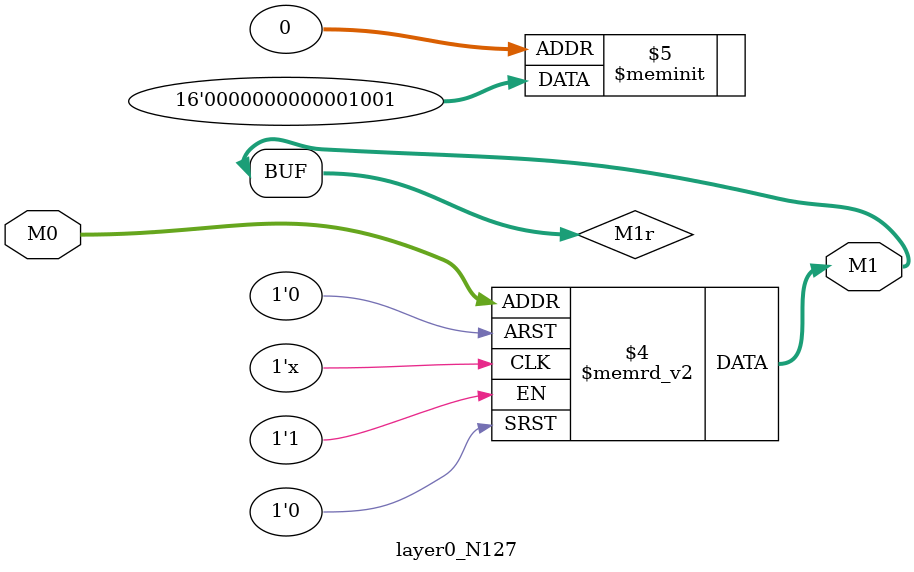
<source format=v>
module layer0_N127 ( input [2:0] M0, output [1:0] M1 );

	(*rom_style = "distributed" *) reg [1:0] M1r;
	assign M1 = M1r;
	always @ (M0) begin
		case (M0)
			3'b000: M1r = 2'b01;
			3'b100: M1r = 2'b00;
			3'b010: M1r = 2'b00;
			3'b110: M1r = 2'b00;
			3'b001: M1r = 2'b10;
			3'b101: M1r = 2'b00;
			3'b011: M1r = 2'b00;
			3'b111: M1r = 2'b00;

		endcase
	end
endmodule

</source>
